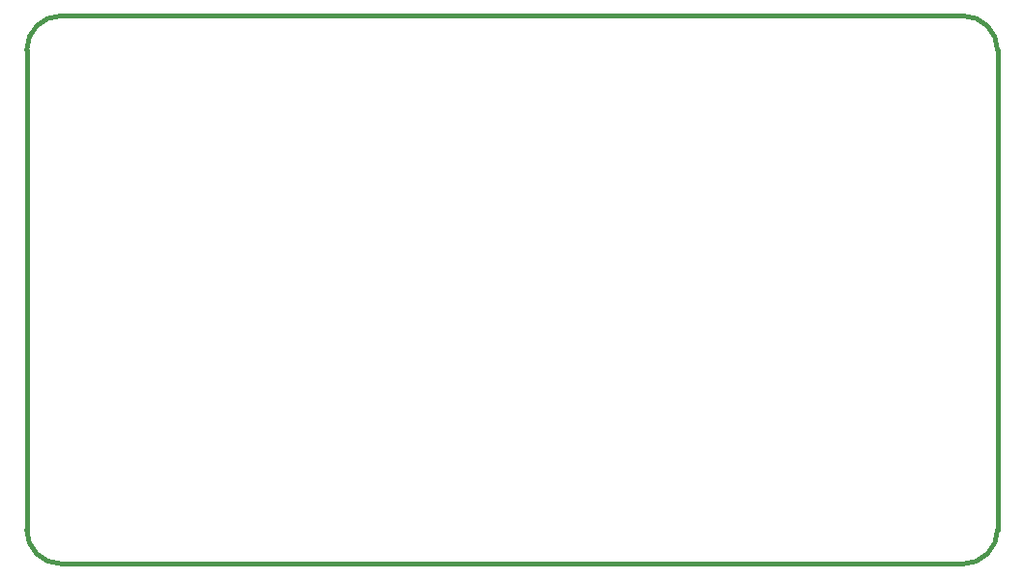
<source format=gbr>
%TF.GenerationSoftware,KiCad,Pcbnew,9.0.2*%
%TF.CreationDate,2025-06-21T15:19:28-04:00*%
%TF.ProjectId,PiGRRL-ButtonPCB,50694752-524c-42d4-9275-74746f6e5043,rev?*%
%TF.SameCoordinates,Original*%
%TF.FileFunction,Profile,NP*%
%FSLAX46Y46*%
G04 Gerber Fmt 4.6, Leading zero omitted, Abs format (unit mm)*
G04 Created by KiCad (PCBNEW 9.0.2) date 2025-06-21 15:19:28*
%MOMM*%
%LPD*%
G01*
G04 APERTURE LIST*
%TA.AperFunction,Profile*%
%ADD10C,0.406400*%
%TD*%
G04 APERTURE END LIST*
D10*
X191001100Y-84003600D02*
X191001100Y-126003600D01*
X191001100Y-126003600D02*
G75*
G02*
X188001100Y-129003600I-3000000J0D01*
G01*
X188001100Y-129003600D02*
X109001100Y-129003600D01*
X109001100Y-129003600D02*
G75*
G02*
X106001100Y-126003600I0J3000000D01*
G01*
X106001100Y-126003600D02*
X106001100Y-84003600D01*
X106001100Y-84003600D02*
G75*
G02*
X109001100Y-81003600I3000000J0D01*
G01*
X109001100Y-81003600D02*
X188001100Y-81003600D01*
X188001100Y-81003600D02*
G75*
G02*
X191001100Y-84003600I0J-3000000D01*
G01*
M02*

</source>
